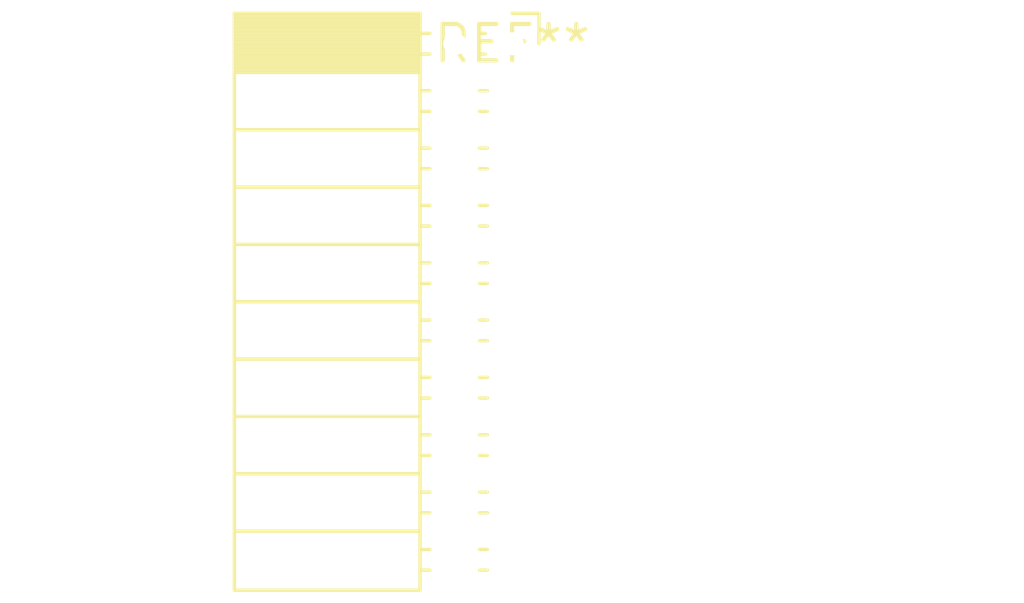
<source format=kicad_pcb>
(kicad_pcb (version 20240108) (generator pcbnew)
  (layers (0 "F.Cu" signal) (31 "B.Cu" signal) (34 "B.Paste" user) (35 "F.Paste" user) (36 "B.SilkS" user "B.Silkscreen") (37 "F.SilkS" user "F.Silkscreen") (38 "B.Mask" user) (39 "F.Mask" user) (44 "Edge.Cuts" user))
  (net 0 "")
  (footprint "PinSocket_2x10_P2.00mm_Horizontal" (layer "F.Cu") (at 0 0)
    (property "Reference" "REF**")
    (property "Value" "PinSocket_2x10_P2.00mm_Horizontal")
    (fp_line (start -9.68 -1.06) (end -9.68 19.06) (layer "F.SilkS") (stroke (width 0.12)))
    (fp_line (start -9.68 -1.06) (end -3.21 -1.06) (layer "F.SilkS") (stroke (width 0.12)))
    (fp_line (start -9.68 -0.94) (end -3.21 -0.94) (layer "F.SilkS") (stroke (width 0.12)))
    (fp_line (start -9.68 -0.825882) (end -3.21 -0.825882) (layer "F.SilkS") (stroke (width 0.12)))
    (fp_line (start -9.68 -0.711764) (end -3.21 -0.711764) (layer "F.SilkS") (stroke (width 0.12)))
    (fp_line (start -9.68 -0.597646) (end -3.21 -0.597646) (layer "F.SilkS") (stroke (width 0.12)))
    (fp_line (start -9.68 -0.483528) (end -3.21 -0.483528) (layer "F.SilkS") (stroke (width 0.12)))
    (fp_line (start -9.68 -0.36941) (end -3.21 -0.36941) (layer "F.SilkS") (stroke (width 0.12)))
    (fp_line (start -9.68 -0.255292) (end -3.21 -0.255292) (layer "F.SilkS") (stroke (width 0.12)))
    (fp_line (start -9.68 -0.141174) (end -3.21 -0.141174) (layer "F.SilkS") (stroke (width 0.12)))
    (fp_line (start -9.68 -0.027056) (end -3.21 -0.027056) (layer "F.SilkS") (stroke (width 0.12)))
    (fp_line (start -9.68 0.087062) (end -3.21 0.087062) (layer "F.SilkS") (stroke (width 0.12)))
    (fp_line (start -9.68 0.20118) (end -3.21 0.20118) (layer "F.SilkS") (stroke (width 0.12)))
    (fp_line (start -9.68 0.315298) (end -3.21 0.315298) (layer "F.SilkS") (stroke (width 0.12)))
    (fp_line (start -9.68 0.429416) (end -3.21 0.429416) (layer "F.SilkS") (stroke (width 0.12)))
    (fp_line (start -9.68 0.543534) (end -3.21 0.543534) (layer "F.SilkS") (stroke (width 0.12)))
    (fp_line (start -9.68 0.657652) (end -3.21 0.657652) (layer "F.SilkS") (stroke (width 0.12)))
    (fp_line (start -9.68 0.77177) (end -3.21 0.77177) (layer "F.SilkS") (stroke (width 0.12)))
    (fp_line (start -9.68 0.885888) (end -3.21 0.885888) (layer "F.SilkS") (stroke (width 0.12)))
    (fp_line (start -9.68 1) (end -3.21 1) (layer "F.SilkS") (stroke (width 0.12)))
    (fp_line (start -9.68 3) (end -3.21 3) (layer "F.SilkS") (stroke (width 0.12)))
    (fp_line (start -9.68 5) (end -3.21 5) (layer "F.SilkS") (stroke (width 0.12)))
    (fp_line (start -9.68 7) (end -3.21 7) (layer "F.SilkS") (stroke (width 0.12)))
    (fp_line (start -9.68 9) (end -3.21 9) (layer "F.SilkS") (stroke (width 0.12)))
    (fp_line (start -9.68 11) (end -3.21 11) (layer "F.SilkS") (stroke (width 0.12)))
    (fp_line (start -9.68 13) (end -3.21 13) (layer "F.SilkS") (stroke (width 0.12)))
    (fp_line (start -9.68 15) (end -3.21 15) (layer "F.SilkS") (stroke (width 0.12)))
    (fp_line (start -9.68 17) (end -3.21 17) (layer "F.SilkS") (stroke (width 0.12)))
    (fp_line (start -9.68 19.06) (end -3.21 19.06) (layer "F.SilkS") (stroke (width 0.12)))
    (fp_line (start -3.21 -1.06) (end -3.21 19.06) (layer "F.SilkS") (stroke (width 0.12)))
    (fp_line (start -3.21 -0.36) (end -2.862917 -0.36) (layer "F.SilkS") (stroke (width 0.12)))
    (fp_line (start -3.21 0.36) (end -2.862917 0.36) (layer "F.SilkS") (stroke (width 0.12)))
    (fp_line (start -3.21 1.64) (end -2.862917 1.64) (layer "F.SilkS") (stroke (width 0.12)))
    (fp_line (start -3.21 2.36) (end -2.862917 2.36) (layer "F.SilkS") (stroke (width 0.12)))
    (fp_line (start -3.21 3.64) (end -2.862917 3.64) (layer "F.SilkS") (stroke (width 0.12)))
    (fp_line (start -3.21 4.36) (end -2.862917 4.36) (layer "F.SilkS") (stroke (width 0.12)))
    (fp_line (start -3.21 5.64) (end -2.862917 5.64) (layer "F.SilkS") (stroke (width 0.12)))
    (fp_line (start -3.21 6.36) (end -2.862917 6.36) (layer "F.SilkS") (stroke (width 0.12)))
    (fp_line (start -3.21 7.64) (end -2.862917 7.64) (layer "F.SilkS") (stroke (width 0.12)))
    (fp_line (start -3.21 8.36) (end -2.862917 8.36) (layer "F.SilkS") (stroke (width 0.12)))
    (fp_line (start -3.21 9.64) (end -2.862917 9.64) (layer "F.SilkS") (stroke (width 0.12)))
    (fp_line (start -3.21 10.36) (end -2.862917 10.36) (layer "F.SilkS") (stroke (width 0.12)))
    (fp_line (start -3.21 11.64) (end -2.862917 11.64) (layer "F.SilkS") (stroke (width 0.12)))
    (fp_line (start -3.21 12.36) (end -2.862917 12.36) (layer "F.SilkS") (stroke (width 0.12)))
    (fp_line (start -3.21 13.64) (end -2.862917 13.64) (layer "F.SilkS") (stroke (width 0.12)))
    (fp_line (start -3.21 14.36) (end -2.862917 14.36) (layer "F.SilkS") (stroke (width 0.12)))
    (fp_line (start -3.21 15.64) (end -2.862917 15.64) (layer "F.SilkS") (stroke (width 0.12)))
    (fp_line (start -3.21 16.36) (end -2.862917 16.36) (layer "F.SilkS") (stroke (width 0.12)))
    (fp_line (start -3.21 17.64) (end -2.862917 17.64) (layer "F.SilkS") (stroke (width 0.12)))
    (fp_line (start -3.21 18.36) (end -2.862917 18.36) (layer "F.SilkS") (stroke (width 0.12)))
    (fp_line (start -1.137083 -0.36) (end -0.935 -0.36) (layer "F.SilkS") (stroke (width 0.12)))
    (fp_line (start -1.137083 0.36) (end -0.935 0.36) (layer "F.SilkS") (stroke (width 0.12)))
    (fp_line (start -1.137083 1.64) (end -0.862917 1.64) (layer "F.SilkS") (stroke (width 0.12)))
    (fp_line (start -1.137083 2.36) (end -0.862917 2.36) (layer "F.SilkS") (stroke (width 0.12)))
    (fp_line (start -1.137083 3.64) (end -0.862917 3.64) (layer "F.SilkS") (stroke (width 0.12)))
    (fp_line (start -1.137083 4.36) (end -0.862917 4.36) (layer "F.SilkS") (stroke (width 0.12)))
    (fp_line (start -1.137083 5.64) (end -0.862917 5.64) (layer "F.SilkS") (stroke (width 0.12)))
    (fp_line (start -1.137083 6.36) (end -0.862917 6.36) (layer "F.SilkS") (stroke (width 0.12)))
    (fp_line (start -1.137083 7.64) (end -0.862917 7.64) (layer "F.SilkS") (stroke (width 0.12)))
    (fp_line (start -1.137083 8.36) (end -0.862917 8.36) (layer "F.SilkS") (stroke (width 0.12)))
    (fp_line (start -1.137083 9.64) (end -0.862917 9.64) (layer "F.SilkS") (stroke (width 0.12)))
    (fp_line (start -1.137083 10.36) (end -0.862917 10.36) (layer "F.SilkS") (stroke (width 0.12)))
    (fp_line (start -1.137083 11.64) (end -0.862917 11.64) (layer "F.SilkS") (stroke (width 0.12)))
    (fp_line (start -1.137083 12.36) (end -0.862917 12.36) (layer "F.SilkS") (stroke (width 0.12)))
    (fp_line (start -1.137083 13.64) (end -0.862917 13.64) (layer "F.SilkS") (stroke (width 0.12)))
    (fp_line (start -1.137083 14.36) (end -0.862917 14.36) (layer "F.SilkS") (stroke (width 0.12)))
    (fp_line (start -1.137083 15.64) (end -0.862917 15.64) (layer "F.SilkS") (stroke (width 0.12)))
    (fp_line (start -1.137083 16.36) (end -0.862917 16.36) (layer "F.SilkS") (stroke (width 0.12)))
    (fp_line (start -1.137083 17.64) (end -0.862917 17.64) (layer "F.SilkS") (stroke (width 0.12)))
    (fp_line (start -1.137083 18.36) (end -0.862917 18.36) (layer "F.SilkS") (stroke (width 0.12)))
    (fp_line (start 0 -1.06) (end 0.935 -1.06) (layer "F.SilkS") (stroke (width 0.12)))
    (fp_line (start 0.935 -1.06) (end 0.935 0) (layer "F.SilkS") (stroke (width 0.12)))
    (pad "1" thru_hole rect (at 0 0) (size 1.35 1.35) (drill 0.8) (layers *.Cu *.Mask) (remove_unused_layers))
    (pad "2" thru_hole oval (at -2 0) (size 1.35 1.35) (drill 0.8) (layers *.Cu *.Mask) (remove_unused_layers))
    (pad "3" thru_hole oval (at 0 2) (size 1.35 1.35) (drill 0.8) (layers *.Cu *.Mask) (remove_unused_layers))
    (pad "4" thru_hole oval (at -2 2) (size 1.35 1.35) (drill 0.8) (layers *.Cu *.Mask) (remove_unused_layers))
    (pad "5" thru_hole oval (at 0 4) (size 1.35 1.35) (drill 0.8) (layers *.Cu *.Mask) (remove_unused_layers))
    (pad "6" thru_hole oval (at -2 4) (size 1.35 1.35) (drill 0.8) (layers *.Cu *.Mask) (remove_unused_layers))
    (pad "7" thru_hole oval (at 0 6) (size 1.35 1.35) (drill 0.8) (layers *.Cu *.Mask) (remove_unused_layers))
    (pad "8" thru_hole oval (at -2 6) (size 1.35 1.35) (drill 0.8) (layers *.Cu *.Mask) (remove_unused_layers))
    (pad "9" thru_hole oval (at 0 8) (size 1.35 1.35) (drill 0.8) (layers *.Cu *.Mask) (remove_unused_layers))
    (pad "10" thru_hole oval (at -2 8) (size 1.35 1.35) (drill 0.8) (layers *.Cu *.Mask) (remove_unused_layers))
    (pad "11" thru_hole oval (at 0 10) (size 1.35 1.35) (drill 0.8) (layers *.Cu *.Mask) (remove_unused_layers))
    (pad "12" thru_hole oval (at -2 10) (size 1.35 1.35) (drill 0.8) (layers *.Cu *.Mask) (remove_unused_layers))
    (pad "13" thru_hole oval (at 0 12) (size 1.35 1.35) (drill 0.8) (layers *.Cu *.Mask) (remove_unused_layers))
    (pad "14" thru_hole oval (at -2 12) (size 1.35 1.35) (drill 0.8) (layers *.Cu *.Mask) (remove_unused_layers))
    (pad "15" thru_hole oval (at 0 14) (size 1.35 1.35) (drill 0.8) (layers *.Cu *.Mask) (remove_unused_layers))
    (pad "16" thru_hole oval (at -2 14) (size 1.35 1.35) (drill 0.8) (layers *.Cu *.Mask) (remove_unused_layers))
    (pad "17" thru_hole oval (at 0 16) (size 1.35 1.35) (drill 0.8) (layers *.Cu *.Mask) (remove_unused_layers))
    (pad "18" thru_hole oval (at -2 16) (size 1.35 1.35) (drill 0.8) (layers *.Cu *.Mask) (remove_unused_layers))
    (pad "19" thru_hole oval (at 0 18) (size 1.35 1.35) (drill 0.8) (layers *.Cu *.Mask) (remove_unused_layers))
    (pad "20" thru_hole oval (at -2 18) (size 1.35 1.35) (drill 0.8) (layers *.Cu *.Mask) (remove_unused_layers))
  )
)
</source>
